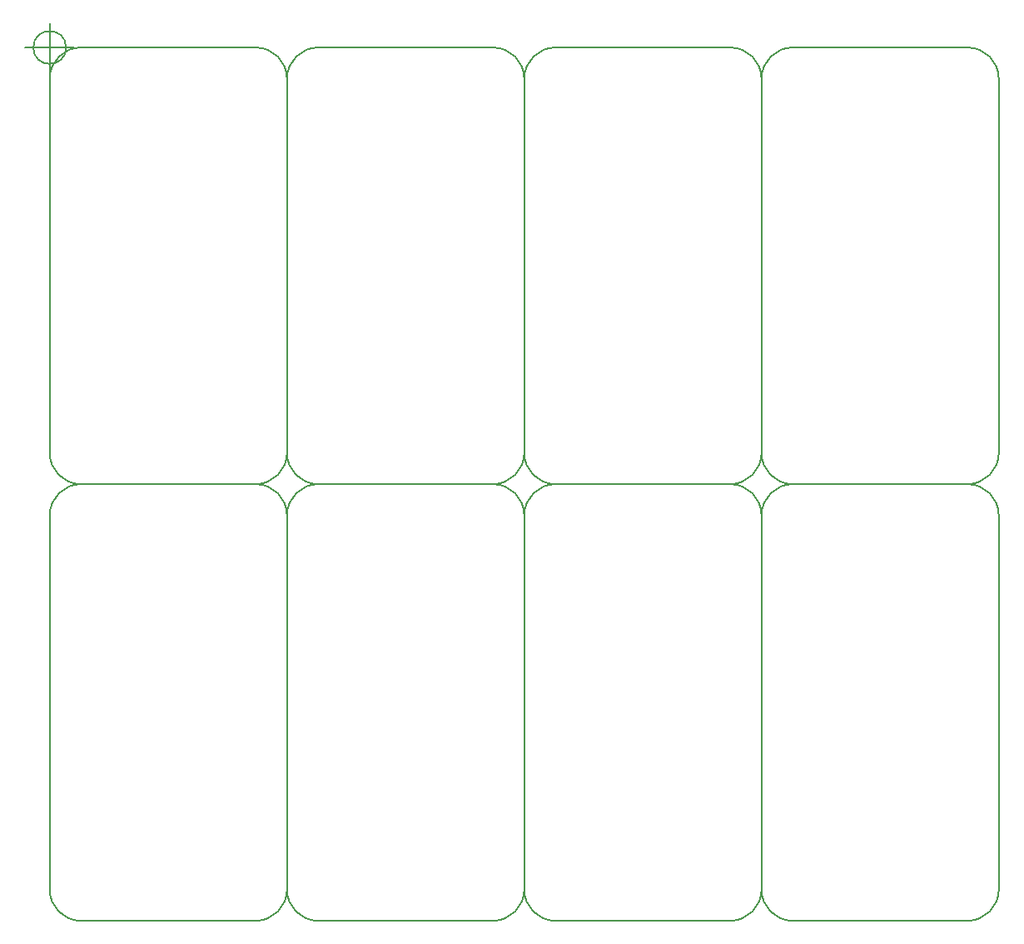
<source format=gm1>
G04 #@! TF.FileFunction,Profile,NP*
%FSLAX46Y46*%
G04 Gerber Fmt 4.6, Leading zero omitted, Abs format (unit mm)*
G04 Created by KiCad (PCBNEW 4.0.7) date 06/11/20 11:20:33*
%MOMM*%
%LPD*%
G01*
G04 APERTURE LIST*
%ADD10C,0.100000*%
%ADD11C,0.150000*%
G04 APERTURE END LIST*
D10*
D11*
X139065000Y-84455000D02*
G75*
G03X135890000Y-87630000I0J-3175000D01*
G01*
X114935000Y-84455000D02*
G75*
G03X111760000Y-87630000I0J-3175000D01*
G01*
X90805000Y-84455000D02*
G75*
G03X87630000Y-87630000I0J-3175000D01*
G01*
X66675000Y-84455000D02*
G75*
G03X63500000Y-87630000I0J-3175000D01*
G01*
X139065000Y-40005000D02*
G75*
G03X135890000Y-43180000I0J-3175000D01*
G01*
X114935000Y-40005000D02*
G75*
G03X111760000Y-43180000I0J-3175000D01*
G01*
X90805000Y-40005000D02*
G75*
G03X87630000Y-43180000I0J-3175000D01*
G01*
X139065000Y-84455000D02*
X156845000Y-84455000D01*
X114935000Y-84455000D02*
X132715000Y-84455000D01*
X90805000Y-84455000D02*
X108585000Y-84455000D01*
X66675000Y-84455000D02*
X84455000Y-84455000D01*
X139065000Y-40005000D02*
X156845000Y-40005000D01*
X114935000Y-40005000D02*
X132715000Y-40005000D01*
X90805000Y-40005000D02*
X108585000Y-40005000D01*
X160020000Y-87630000D02*
G75*
G03X156845000Y-84455000I-3175000J0D01*
G01*
X135890000Y-87630000D02*
G75*
G03X132715000Y-84455000I-3175000J0D01*
G01*
X111760000Y-87630000D02*
G75*
G03X108585000Y-84455000I-3175000J0D01*
G01*
X87630000Y-87630000D02*
G75*
G03X84455000Y-84455000I-3175000J0D01*
G01*
X160020000Y-43180000D02*
G75*
G03X156845000Y-40005000I-3175000J0D01*
G01*
X135890000Y-43180000D02*
G75*
G03X132715000Y-40005000I-3175000J0D01*
G01*
X111760000Y-43180000D02*
G75*
G03X108585000Y-40005000I-3175000J0D01*
G01*
X135890000Y-125730000D02*
G75*
G03X139065000Y-128905000I3175000J0D01*
G01*
X111760000Y-125730000D02*
G75*
G03X114935000Y-128905000I3175000J0D01*
G01*
X87630000Y-125730000D02*
G75*
G03X90805000Y-128905000I3175000J0D01*
G01*
X63500000Y-125730000D02*
G75*
G03X66675000Y-128905000I3175000J0D01*
G01*
X135890000Y-81280000D02*
G75*
G03X139065000Y-84455000I3175000J0D01*
G01*
X111760000Y-81280000D02*
G75*
G03X114935000Y-84455000I3175000J0D01*
G01*
X87630000Y-81280000D02*
G75*
G03X90805000Y-84455000I3175000J0D01*
G01*
X160020000Y-87630000D02*
X160020000Y-125730000D01*
X135890000Y-87630000D02*
X135890000Y-125730000D01*
X111760000Y-87630000D02*
X111760000Y-125730000D01*
X87630000Y-87630000D02*
X87630000Y-125730000D01*
X160020000Y-43180000D02*
X160020000Y-81280000D01*
X135890000Y-43180000D02*
X135890000Y-81280000D01*
X111760000Y-43180000D02*
X111760000Y-81280000D01*
X156845000Y-128905000D02*
X139065000Y-128905000D01*
X132715000Y-128905000D02*
X114935000Y-128905000D01*
X108585000Y-128905000D02*
X90805000Y-128905000D01*
X84455000Y-128905000D02*
X66675000Y-128905000D01*
X156845000Y-84455000D02*
X139065000Y-84455000D01*
X132715000Y-84455000D02*
X114935000Y-84455000D01*
X108585000Y-84455000D02*
X90805000Y-84455000D01*
X135890000Y-125730000D02*
X135890000Y-87630000D01*
X111760000Y-125730000D02*
X111760000Y-87630000D01*
X87630000Y-125730000D02*
X87630000Y-87630000D01*
X63500000Y-125730000D02*
X63500000Y-87630000D01*
X135890000Y-81280000D02*
X135890000Y-43180000D01*
X111760000Y-81280000D02*
X111760000Y-43180000D01*
X87630000Y-81280000D02*
X87630000Y-43180000D01*
X156845000Y-128905000D02*
G75*
G03X160020000Y-125730000I0J3175000D01*
G01*
X132715000Y-128905000D02*
G75*
G03X135890000Y-125730000I0J3175000D01*
G01*
X108585000Y-128905000D02*
G75*
G03X111760000Y-125730000I0J3175000D01*
G01*
X84455000Y-128905000D02*
G75*
G03X87630000Y-125730000I0J3175000D01*
G01*
X156845000Y-84455000D02*
G75*
G03X160020000Y-81280000I0J3175000D01*
G01*
X132715000Y-84455000D02*
G75*
G03X135890000Y-81280000I0J3175000D01*
G01*
X108585000Y-84455000D02*
G75*
G03X111760000Y-81280000I0J3175000D01*
G01*
X65166666Y-40005000D02*
G75*
G03X65166666Y-40005000I-1666666J0D01*
G01*
X61000000Y-40005000D02*
X66000000Y-40005000D01*
X63500000Y-37505000D02*
X63500000Y-42505000D01*
X63500000Y-81280000D02*
X63500000Y-43180000D01*
X84455000Y-84455000D02*
X66675000Y-84455000D01*
X87630000Y-43180000D02*
X87630000Y-81280000D01*
X66675000Y-40005000D02*
X84455000Y-40005000D01*
X87630000Y-43180000D02*
G75*
G03X84455000Y-40005000I-3175000J0D01*
G01*
X84455000Y-84455000D02*
G75*
G03X87630000Y-81280000I0J3175000D01*
G01*
X63500000Y-81280000D02*
G75*
G03X66675000Y-84455000I3175000J0D01*
G01*
X66675000Y-40005000D02*
G75*
G03X63500000Y-43180000I0J-3175000D01*
G01*
M02*

</source>
